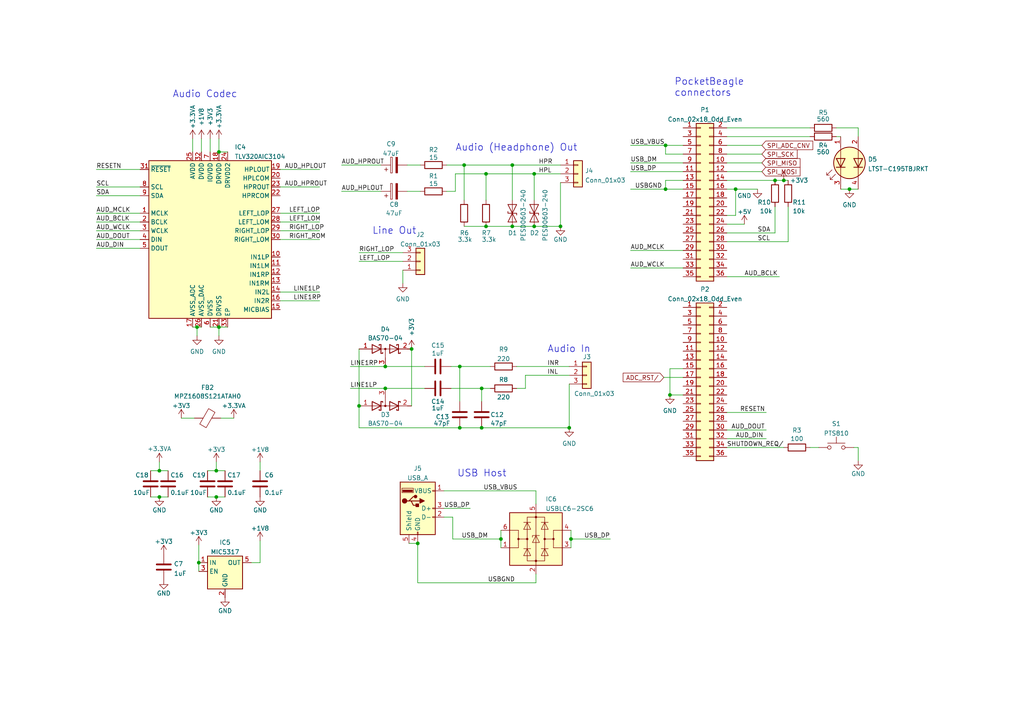
<source format=kicad_sch>
(kicad_sch (version 20211123) (generator eeschema)
  (paper "A4")
  (title_block (title "Bela Mini") (date "2022-05-17") (rev "C2") (company "Augmented Instruments Ltd"))
  (lib_symbols
    (symbol "Bela:MIC5317"
      (property "Reference" "U" (at 0 0 0))
      (property "Value" "MIC5317" (at 0 0 0))
      (symbol "MIC5317_0_1"
        (rectangle (start -5.08 -1.905) (end 5.08 -11.43) (stroke (width 0.254)) (fill (type background)))
      )
      (symbol "MIC5317_1_1"
        (pin power_in line (at -7.62 -3.81 0) (length 2.54) (name "IN") (number "1"))
        (pin power_in line (at 0 -13.97 90) (length 2.54) (name "GND") (number "2"))
        (pin input line (at -7.62 -6.35 0) (length 2.54) (name "EN") (number "3"))
        (pin power_out line (at 7.62 -3.81 180) (length 2.54) (name "OUT") (number "5"))
      )
    )
    (symbol "Bela:TLV320AIC3104"
      (property "Reference" "U" (at 0 0 0))
      (property "Value" "TLV320AIC3104" (at 0 0 0))
      (symbol "TLV320AIC3104_0_1"
        (rectangle (start -17.78 -13.97) (end 17.78 -59.69) (stroke (width 0.254)) (fill (type background)))
      )
      (symbol "TLV320AIC3104_1_1"
        (pin input line (at -20.32 -29.21 0) (length 2.54) (name "MCLK") (number "1"))
        (pin input line (at 20.32 -41.91 180) (length 2.54) (name "IN1LP") (number "10"))
        (pin input line (at 20.32 -44.45 180) (length 2.54) (name "IN1LM") (number "11"))
        (pin input line (at 20.32 -46.99 180) (length 2.54) (name "IN1RP") (number "12"))
        (pin input line (at 20.32 -49.53 180) (length 2.54) (name "IN1RM") (number "13"))
        (pin input line (at 20.32 -52.07 180) (length 2.54) (name "IN2L") (number "14"))
        (pin power_out line (at 20.32 -57.15 180) (length 2.54) (name "MICBIAS") (number "15"))
        (pin input line (at 20.32 -54.61 180) (length 2.54) (name "IN2R") (number "16"))
        (pin power_in line (at -5.08 -62.23 90) (length 2.54) (name "AVSS_ADC") (number "17"))
        (pin power_in line (at 2.54 -11.43 270) (length 2.54) (name "DRVDD") (number "18"))
        (pin output line (at 20.32 -16.51 180) (length 2.54) (name "HPLOUT") (number "19"))
        (pin bidirectional line (at -20.32 -31.75 0) (length 2.54) (name "BCLK") (number "2"))
        (pin output line (at 20.32 -19.05 180) (length 2.54) (name "HPLCOM") (number "20"))
        (pin power_in line (at 2.54 -62.23 90) (length 2.54) (name "DRVSS") (number "21"))
        (pin output line (at 20.32 -24.13 180) (length 2.54) (name "HPRCOM") (number "22"))
        (pin output line (at 20.32 -21.59 180) (length 2.54) (name "HPROUT") (number "23"))
        (pin power_in line (at 5.08 -11.43 270) (length 2.54) (name "DRVDD2") (number "24"))
        (pin power_in line (at -5.08 -11.43 270) (length 2.54) (name "AVDD") (number "25"))
        (pin power_in line (at -2.54 -62.23 90) (length 2.54) (name "AVSS_DAC") (number "26"))
        (pin output line (at 20.32 -29.21 180) (length 2.54) (name "LEFT_LOP") (number "27"))
        (pin output line (at 20.32 -31.75 180) (length 2.54) (name "LEFT_LOM") (number "28"))
        (pin output line (at 20.32 -34.29 180) (length 2.54) (name "RIGHT_LOP") (number "29"))
        (pin bidirectional line (at -20.32 -34.29 0) (length 2.54) (name "WCLK") (number "3"))
        (pin output line (at 20.32 -36.83 180) (length 2.54) (name "RIGHT_LOM") (number "30"))
        (pin input line (at -20.32 -16.51 0) (length 2.54) (name "~{RESET}") (number "31"))
        (pin power_in line (at -2.54 -11.43 270) (length 2.54) (name "DVDD") (number "32"))
        (pin power_in line (at 5.08 -62.23 90) (length 2.54) (name "EP") (number "33"))
        (pin input line (at -20.32 -36.83 0) (length 2.54) (name "DIN") (number "4"))
        (pin output line (at -20.32 -39.37 0) (length 2.54) (name "DOUT") (number "5"))
        (pin power_in line (at 0 -62.23 90) (length 2.54) (name "DVSS") (number "6"))
        (pin power_in line (at 0 -11.43 270) (length 2.54) (name "IOVDD") (number "7"))
        (pin bidirectional line (at -20.32 -21.59 0) (length 2.54) (name "SCL") (number "8"))
        (pin bidirectional line (at -20.32 -24.13 0) (length 2.54) (name "SDA") (number "9"))
      )
    )
    (symbol "Connector:USB_A" (pin_names (offset 1.016))
      (property "Reference" "J" (at -5.08 11.43 0))
      (property "Value" "USB_A" (at -5.08 8.89 0))
      (symbol "USB_A_0_1"
        (rectangle (start -5.08 -7.62) (end 5.08 7.62) (stroke (width 0.254)) (fill (type background)))
        (circle (center -3.81 2.159) (radius 0.635) (stroke (width 0.254)) (fill (type outline)))
        (rectangle (start -1.524 4.826) (end -4.318 5.334) (fill (type outline)))
        (rectangle (start -1.27 4.572) (end -4.572 5.842))
        (circle (center -0.635 3.429) (radius 0.381) (stroke (width 0.254)) (fill (type outline)))
        (rectangle (start -0.127 -7.62) (end 0.127 -6.858))
        (polyline (pts (xy -3.175 2.159) (xy -2.54 2.159) (xy -1.27 3.429) (xy -0.635 3.429)) (stroke (width 0.254)))
        (polyline (pts (xy -2.54 2.159) (xy -1.905 2.159) (xy -1.27 0.889) (xy 0 0.889)) (stroke (width 0.254)))
        (polyline (pts (xy 0.635 2.794) (xy 0.635 1.524) (xy 1.905 2.159) (xy 0.635 2.794)) (stroke (width 0.254)) (fill (type outline)))
        (rectangle (start 0.254 1.27) (end -0.508 0.508) (stroke (width 0.254)) (fill (type outline)))
        (rectangle (start 5.08 -2.667) (end 4.318 -2.413))
        (rectangle (start 5.08 -0.127) (end 4.318 0.127))
        (rectangle (start 5.08 4.953) (end 4.318 5.207))
      )
      (symbol "USB_A_1_1"
        (polyline (pts (xy -1.905 2.159) (xy 0.635 2.159)) (stroke (width 0.254)))
        (pin power_in line (at 7.62 5.08 180) (length 2.54) (name "VBUS") (number "1"))
        (pin bidirectional line (at 7.62 -2.54 180) (length 2.54) (name "D-") (number "2"))
        (pin bidirectional line (at 7.62 0 180) (length 2.54) (name "D+") (number "3"))
        (pin power_in line (at 0 -10.16 90) (length 2.54) (name "GND") (number "4"))
        (pin passive line (at -2.54 -10.16 90) (length 2.54) (name "Shield") (number "5"))
      )
    )
    (symbol "Connector_Generic:Conn_01x03" (pin_names (offset 1.016) hide)
      (property "Reference" "J" (at 0 5.08 0))
      (property "Value" "Conn_01x03" (at 0 -5.08 0))
      (symbol "Conn_01x03_1_1"
        (rectangle (start -1.27 -2.413) (end 0 -2.667) (stroke (width 0.1524)))
        (rectangle (start -1.27 0.127) (end 0 -0.127) (stroke (width 0.1524)))
        (rectangle (start -1.27 2.667) (end 0 2.413) (stroke (width 0.1524)))
        (rectangle (start -1.27 3.81) (end 1.27 -3.81) (stroke (width 0.254)) (fill (type background)))
        (pin passive line (at -5.08 2.54 0) (length 3.81) (name "Pin_1") (number "1"))
        (pin passive line (at -5.08 0 0) (length 3.81) (name "Pin_2") (number "2"))
        (pin passive line (at -5.08 -2.54 0) (length 3.81) (name "Pin_3") (number "3"))
      )
    )
    (symbol "Connector_Generic:Conn_02x18_Odd_Even" (pin_names (offset 1.016) hide)
      (property "Reference" "J" (at 1.27 22.86 0))
      (property "Value" "Conn_02x18_Odd_Even" (at 1.27 -25.4 0))
      (symbol "Conn_02x18_Odd_Even_1_1"
        (rectangle (start -1.27 -22.733) (end 0 -22.987) (stroke (width 0.1524)))
        (rectangle (start -1.27 -20.193) (end 0 -20.447) (stroke (width 0.1524)))
        (rectangle (start -1.27 -17.653) (end 0 -17.907) (stroke (width 0.1524)))
        (rectangle (start -1.27 -15.113) (end 0 -15.367) (stroke (width 0.1524)))
        (rectangle (start -1.27 -12.573) (end 0 -12.827) (stroke (width 0.1524)))
        (rectangle (start -1.27 -10.033) (end 0 -10.287) (stroke (width 0.1524)))
        (rectangle (start -1.27 -7.493) (end 0 -7.747) (stroke (width 0.1524)))
        (rectangle (start -1.27 -4.953) (end 0 -5.207) (stroke (width 0.1524)))
        (rectangle (start -1.27 -2.413) (end 0 -2.667) (stroke (width 0.1524)))
        (rectangle (start -1.27 0.127) (end 0 -0.127) (stroke (width 0.1524)))
        (rectangle (start -1.27 2.667) (end 0 2.413) (stroke (width 0.1524)))
        (rectangle (start -1.27 5.207) (end 0 4.953) (stroke (width 0.1524)))
        (rectangle (start -1.27 7.747) (end 0 7.493) (stroke (width 0.1524)))
        (rectangle (start -1.27 10.287) (end 0 10.033) (stroke (width 0.1524)))
        (rectangle (start -1.27 12.827) (end 0 12.573) (stroke (width 0.1524)))
        (rectangle (start -1.27 15.367) (end 0 15.113) (stroke (width 0.1524)))
        (rectangle (start -1.27 17.907) (end 0 17.653) (stroke (width 0.1524)))
        (rectangle (start -1.27 20.447) (end 0 20.193) (stroke (width 0.1524)))
        (rectangle (start -1.27 21.59) (end 3.81 -24.13) (stroke (width 0.254)) (fill (type background)))
        (rectangle (start 3.81 -22.733) (end 2.54 -22.987) (stroke (width 0.1524)))
        (rectangle (start 3.81 -20.193) (end 2.54 -20.447) (stroke (width 0.1524)))
        (rectangle (start 3.81 -17.653) (end 2.54 -17.907) (stroke (width 0.1524)))
        (rectangle (start 3.81 -15.113) (end 2.54 -15.367) (stroke (width 0.1524)))
        (rectangle (start 3.81 -12.573) (end 2.54 -12.827) (stroke (width 0.1524)))
        (rectangle (start 3.81 -10.033) (end 2.54 -10.287) (stroke (width 0.1524)))
        (rectangle (start 3.81 -7.493) (end 2.54 -7.747) (stroke (width 0.1524)))
        (rectangle (start 3.81 -4.953) (end 2.54 -5.207) (stroke (width 0.1524)))
        (rectangle (start 3.81 -2.413) (end 2.54 -2.667) (stroke (width 0.1524)))
        (rectangle (start 3.81 0.127) (end 2.54 -0.127) (stroke (width 0.1524)))
        (rectangle (start 3.81 2.667) (end 2.54 2.413) (stroke (width 0.1524)))
        (rectangle (start 3.81 5.207) (end 2.54 4.953) (stroke (width 0.1524)))
        (rectangle (start 3.81 7.747) (end 2.54 7.493) (stroke (width 0.1524)))
        (rectangle (start 3.81 10.287) (end 2.54 10.033) (stroke (width 0.1524)))
        (rectangle (start 3.81 12.827) (end 2.54 12.573) (stroke (width 0.1524)))
        (rectangle (start 3.81 15.367) (end 2.54 15.113) (stroke (width 0.1524)))
        (rectangle (start 3.81 17.907) (end 2.54 17.653) (stroke (width 0.1524)))
        (rectangle (start 3.81 20.447) (end 2.54 20.193) (stroke (width 0.1524)))
        (pin passive line (at -5.08 20.32 0) (length 3.81) (name "Pin_1") (number "1"))
        (pin passive line (at 7.62 10.16 180) (length 3.81) (name "Pin_10") (number "10"))
        (pin passive line (at -5.08 7.62 0) (length 3.81) (name "Pin_11") (number "11"))
        (pin passive line (at 7.62 7.62 180) (length 3.81) (name "Pin_12") (number "12"))
        (pin passive line (at -5.08 5.08 0) (length 3.81) (name "Pin_13") (number "13"))
        (pin passive line (at 7.62 5.08 180) (length 3.81) (name "Pin_14") (number "14"))
        (pin passive line (at -5.08 2.54 0) (length 3.81) (name "Pin_15") (number "15"))
        (pin passive line (at 7.62 2.54 180) (length 3.81) (name "Pin_16") (number "16"))
        (pin passive line (at -5.08 0 0) (length 3.81) (name "Pin_17") (number "17"))
        (pin passive line (at 7.62 0 180) (length 3.81) (name "Pin_18") (number "18"))
        (pin passive line (at -5.08 -2.54 0) (length 3.81) (name "Pin_19") (number "19"))
        (pin passive line (at 7.62 20.32 180) (length 3.81) (name "Pin_2") (number "2"))
        (pin passive line (at 7.62 -2.54 180) (length 3.81) (name "Pin_20") (number "20"))
        (pin passive line (at -5.08 -5.08 0) (length 3.81) (name "Pin_21") (number "21"))
        (pin passive line (at 7.62 -5.08 180) (length 3.81) (name "Pin_22") (number "22"))
        (pin passive line (at -5.08 -7.62 0) (length 3.81) (name "Pin_23") (number "23"))
        (pin passive line (at 7.62 -7.62 180) (length 3.81) (name "Pin_24") (number "24"))
        (pin passive line (at -5.08 -10.16 0) (length 3.81) (name "Pin_25") (number "25"))
        (pin passive line (at 7.62 -10.16 180) (length 3.81) (name "Pin_26") (number "26"))
        (pin passive line (at -5.08 -12.7 0) (length 3.81) (name "Pin_27") (number "27"))
        (pin passive line (at 7.62 -12.7 180) (length 3.81) (name "Pin_28") (number "28"))
        (pin passive line (at -5.08 -15.24 0) (length 3.81) (name "Pin_29") (number "29"))
        (pin passive line (at -5.08 17.78 0) (length 3.81) (name "Pin_3") (number "3"))
        (pin passive line (at 7.62 -15.24 180) (length 3.81) (name "Pin_30") (number "30"))
        (pin passive line (at -5.08 -17.78 0) (length 3.81) (name "Pin_31") (number "31"))
        (pin passive line (at 7.62 -17.78 180) (length 3.81) (name "Pin_32") (number "32"))
        (pin passive line (at -5.08 -20.32 0) (length 3.81) (name "Pin_33") (number "33"))
        (pin passive line (at 7.62 -20.32 180) (length 3.81) (name "Pin_34") (number "34"))
        (pin passive line (at -5.08 -22.86 0) (length 3.81) (name "Pin_35") (number "35"))
        (pin passive line (at 7.62 -22.86 180) (length 3.81) (name "Pin_36") (number "36"))
        (pin passive line (at 7.62 17.78 180) (length 3.81) (name "Pin_4") (number "4"))
        (pin passive line (at -5.08 15.24 0) (length 3.81) (name "Pin_5") (number "5"))
        (pin passive line (at 7.62 15.24 180) (length 3.81) (name "Pin_6") (number "6"))
        (pin passive line (at -5.08 12.7 0) (length 3.81) (name "Pin_7") (number "7"))
        (pin passive line (at 7.62 12.7 180) (length 3.81) (name "Pin_8") (number "8"))
        (pin passive line (at -5.08 10.16 0) (length 3.81) (name "Pin_9") (number "9"))
      )
    )
    (symbol "Device:C" (pin_numbers hide) (pin_names (offset 0.254))
      (property "Reference" "C" (at 0.635 2.54 0))
      (property "Value" "C" (at 0.635 -2.54 0))
      (symbol "C_0_1"
        (polyline (pts (xy -2.032 -0.762) (xy 2.032 -0.762)) (stroke (width 0.508)))
        (polyline (pts (xy -2.032 0.762) (xy 2.032 0.762)) (stroke (width 0.508)))
      )
      (symbol "C_1_1"
        (pin passive line (at 0 3.81 270) (length 2.794) (name "~") (number "1"))
        (pin passive line (at 0 -3.81 90) (length 2.794) (name "~") (number "2"))
      )
    )
    (symbol "Device:C_Polarized" (pin_numbers hide) (pin_names (offset 0.254))
      (property "Reference" "C" (at 0.635 2.54 0))
      (property "Value" "C_Polarized" (at 0.635 -2.54 0))
      (symbol "C_Polarized_0_1"
        (rectangle (start -2.286 0.508) (end 2.286 1.016))
        (polyline (pts (xy -1.778 2.286) (xy -0.762 2.286)))
        (polyline (pts (xy -1.27 2.794) (xy -1.27 1.778)))
        (rectangle (start 2.286 -0.508) (end -2.286 -1.016) (fill (type outline)))
      )
      (symbol "C_Polarized_1_1"
        (pin passive line (at 0 3.81 270) (length 2.794) (name "~") (number "1"))
        (pin passive line (at 0 -3.81 90) (length 2.794) (name "~") (number "2"))
      )
    )
    (symbol "Device:D_Schottky_Dual_Series_AKC" (pin_names (offset 0.762) hide)
      (property "Reference" "D" (at 1.27 -2.54 0))
      (property "Value" "D_Schottky_Dual_Series_AKC" (at 0 2.54 0))
      (symbol "D_Schottky_Dual_Series_AKC_0_1"
        (polyline (pts (xy -3.81 0) (xy 3.81 0)))
        (polyline (pts (xy 0 0) (xy 0 -2.54)))
        (polyline (pts (xy 6.35 0) (xy 7.62 0)))
        (polyline (pts (xy -1.27 -1.27) (xy -1.27 1.27) (xy -1.27 1.27)) (stroke (width 0.254)))
        (polyline (pts (xy 3.81 1.27) (xy 3.81 -1.27) (xy 3.81 -1.27)) (stroke (width 0.254)))
        (polyline (pts (xy -1.27 -1.27) (xy -0.762 -1.27) (xy -0.762 -1.016) (xy -0.762 -1.016)) (stroke (width 0.254)))
        (polyline (pts (xy 3.81 -1.27) (xy 4.318 -1.27) (xy 4.318 -1.016) (xy 4.318 -1.016)) (stroke (width 0.254)))
        (polyline (pts (xy 3.81 1.27) (xy 3.302 1.27) (xy 3.302 1.016) (xy 3.302 1.016)) (stroke (width 0.254)))
        (polyline (pts (xy -1.778 1.016) (xy -1.778 1.27) (xy -1.27 1.27) (xy -1.27 1.27) (xy -1.27 1.27)) (stroke (width 0.254)))
        (polyline (pts (xy -3.81 1.27) (xy -1.27 0) (xy -3.81 -1.27) (xy -3.81 1.27) (xy -3.81 1.27) (xy -3.81 1.27)) (stroke (width 0.254)))
        (polyline (pts (xy 1.27 1.27) (xy 3.81 0) (xy 1.27 -1.27) (xy 1.27 1.27) (xy 1.27 1.27) (xy 1.27 1.27)) (stroke (width 0.254)))
        (circle (center 0 0) (radius 0.254) (fill (type outline)))
        (pin passive line (at -7.62 0 0) (length 3.81) (name "A") (number "1"))
        (pin passive line (at 7.62 0 180) (length 3.81) (name "K") (number "2"))
        (pin passive line (at 0 -5.08 90) (length 2.54) (name "common") (number "3"))
      )
    )
    (symbol "Device:FerriteBead" (pin_numbers hide) (pin_names (offset 0))
      (property "Reference" "FB" (at -3.81 0.635 90))
      (property "Value" "FerriteBead" (at 3.81 0 90))
      (symbol "FerriteBead_0_1"
        (polyline (pts (xy 0 -1.27) (xy 0 -1.2192)))
        (polyline (pts (xy 0 1.27) (xy 0 1.2954)))
        (polyline (pts (xy -2.7686 0.4064) (xy -1.7018 2.2606) (xy 2.7686 -0.3048) (xy 1.6764 -2.159) (xy -2.7686 0.4064)))
      )
      (symbol "FerriteBead_1_1"
        (pin passive line (at 0 3.81 270) (length 2.54) (name "~") (number "1"))
        (pin passive line (at 0 -3.81 90) (length 2.54) (name "~") (number "2"))
      )
    )
    (symbol "Device:LED_Dual_AAKK" (pin_names (offset 0) hide)
      (property "Reference" "D" (at 0 5.715 0))
      (property "Value" "LED_Dual_AAKK" (at 0 -6.35 0))
      (symbol "LED_Dual_AAKK_0_1"
        (polyline (pts (xy -5.08 -2.54) (xy 2.032 -2.54)))
        (polyline (pts (xy -5.08 2.54) (xy 2.032 2.54)))
        (polyline (pts (xy 1.27 -1.27) (xy 1.27 -3.81)) (stroke (width 0.254)))
        (polyline (pts (xy 1.27 3.81) (xy 1.27 1.27)) (stroke (width 0.254)))
        (polyline (pts (xy 3.81 -2.54) (xy 1.905 -2.54)))
        (polyline (pts (xy 3.81 2.54) (xy 1.905 2.54)))
        (polyline (pts (xy -1.27 -1.27) (xy -1.27 -3.81) (xy 1.27 -2.54) (xy -1.27 -1.27)) (stroke (width 0.254)))
        (polyline (pts (xy -1.27 3.81) (xy -1.27 1.27) (xy 1.27 2.54) (xy -1.27 3.81)) (stroke (width 0.254)))
        (polyline (pts (xy 2.032 5.08) (xy 3.556 6.604) (xy 2.794 6.604) (xy 3.556 6.604) (xy 3.556 5.842)))
        (polyline (pts (xy 3.302 4.064) (xy 4.826 5.588) (xy 4.064 5.588) (xy 4.826 5.588) (xy 4.826 4.826)))
        (circle (center 0 0) (radius 4.572) (stroke (width 0.254)) (fill (type background)))
      )
      (symbol "LED_Dual_AAKK_1_1"
        (pin input line (at -7.62 2.54 0) (length 3.048) (name "A1") (number "1"))
        (pin input line (at -7.62 -2.54 0) (length 3.048) (name "A2") (number "2"))
        (pin input line (at 7.62 2.54 180) (length 3.81) (name "K1") (number "3"))
        (pin input line (at 7.62 -2.54 180) (length 3.81) (name "K2") (number "4"))
      )
    )
    (symbol "Device:R" (pin_numbers hide) (pin_names (offset 0))
      (property "Reference" "R" (at 2.032 0 90))
      (property "Value" "R" (at 0 0 90))
      (symbol "R_0_1"
        (rectangle (start -1.016 -2.54) (end 1.016 2.54) (stroke (width 0.254)))
      )
      (symbol "R_1_1"
        (pin passive line (at 0 3.81 270) (length 1.27) (name "~") (number "1"))
        (pin passive line (at 0 -3.81 90) (length 1.27) (name "~") (number "2"))
      )
    )
    (symbol "Diode:ESD9B5.0ST5G" (pin_numbers hide) (pin_names (offset 1.016) hide)
      (property "Reference" "D" (at 0 2.54 0))
      (property "Value" "ESD9B5.0ST5G" (at 0 -2.54 0))
      (symbol "ESD9B5.0ST5G_0_1"
        (polyline (pts (xy 1.27 0) (xy -1.27 0)))
        (polyline (pts (xy -2.54 -1.27) (xy 0 0) (xy -2.54 1.27) (xy -2.54 -1.27)) (stroke (width 0.2032)))
        (polyline (pts (xy 0.508 1.27) (xy 0 1.27) (xy 0 -1.27) (xy -0.508 -1.27)) (stroke (width 0.2032)))
        (polyline (pts (xy 2.54 1.27) (xy 2.54 -1.27) (xy 0 0) (xy 2.54 1.27)) (stroke (width 0.2032)))
      )
      (symbol "ESD9B5.0ST5G_1_1"
        (pin passive line (at -3.81 0 0) (length 2.54) (name "A1") (number "1"))
        (pin passive line (at 3.81 0 180) (length 2.54) (name "A2") (number "2"))
      )
    )
    (symbol "Power_Protection:USBLC6-2SC6" (pin_names hide)
      (property "Reference" "U" (at 2.54 8.89 0))
      (property "Value" "USBLC6-2SC6" (at 2.54 -8.89 0))
      (symbol "USBLC6-2SC6_0_1"
        (rectangle (start -7.62 -7.62) (end 7.62 7.62) (stroke (width 0.254)) (fill (type background)))
        (circle (center -5.08 0) (radius 0.254) (fill (type outline)))
        (circle (center -2.54 0) (radius 0.254) (fill (type outline)))
        (rectangle (start -2.54 6.35) (end 2.54 -6.35))
        (circle (center 0 -6.35) (radius 0.254) (fill (type outline)))
        (polyline (pts (xy -5.08 -2.54) (xy -7.62 -2.54)))
        (polyline (pts (xy -5.08 0) (xy -5.08 -2.54)))
        (polyline (pts (xy -5.08 2.54) (xy -7.62 2.54)))
        (polyline (pts (xy -1.524 -2.794) (xy -3.556 -2.794)))
        (polyline (pts (xy -1.524 4.826) (xy -3.556 4.826)))
        (polyline (pts (xy 0 -7.62) (xy 0 -6.35)))
        (polyline (pts (xy 0 -6.35) (xy 0 1.27)))
        (polyline (pts (xy 0 1.27) (xy 0 6.35)))
        (polyline (pts (xy 0 6.35) (xy 0 7.62)))
        (polyline (pts (xy 1.524 -2.794) (xy 3.556 -2.794)))
        (polyline (pts (xy 1.524 4.826) (xy 3.556 4.826)))
        (polyline (pts (xy 5.08 -2.54) (xy 7.62 -2.54)))
        (polyline (pts (xy 5.08 0) (xy 5.08 -2.54)))
        (polyline (pts (xy 5.08 2.54) (xy 7.62 2.54)))
        (polyline (pts (xy -2.54 0) (xy -5.08 0) (xy -5.08 2.54)))
        (polyline (pts (xy 2.54 0) (xy 5.08 0) (xy 5.08 2.54)))
        (polyline (pts (xy -3.556 -4.826) (xy -1.524 -4.826) (xy -2.54 -2.794) (xy -3.556 -4.826)))
        (polyline (pts (xy -3.556 2.794) (xy -1.524 2.794) (xy -2.54 4.826) (xy -3.556 2.794)))
        (polyline (pts (xy -1.016 -1.016) (xy 1.016 -1.016) (xy 0 1.016) (xy -1.016 -1.016)))
        (polyline (pts (xy 1.016 1.016) (xy 0.762 1.016) (xy -1.016 1.016) (xy -1.016 0.508)))
        (polyline (pts (xy 3.556 -4.826) (xy 1.524 -4.826) (xy 2.54 -2.794) (xy 3.556 -4.826)))
        (polyline (pts (xy 3.556 2.794) (xy 1.524 2.794) (xy 2.54 4.826) (xy 3.556 2.794)))
        (circle (center 0 6.35) (radius 0.254) (fill (type outline)))
        (circle (center 2.54 0) (radius 0.254) (fill (type outline)))
        (circle (center 5.08 0) (radius 0.254) (fill (type outline)))
      )
      (symbol "USBLC6-2SC6_1_1"
        (pin passive line (at -10.16 -2.54 0) (length 2.54) (name "I/O1") (number "1"))
        (pin passive line (at 0 -10.16 90) (length 2.54) (name "GND") (number "2"))
        (pin passive line (at 10.16 -2.54 180) (length 2.54) (name "I/O2") (number "3"))
        (pin passive line (at 10.16 2.54 180) (length 2.54) (name "I/O2") (number "4"))
        (pin passive line (at 0 10.16 270) (length 2.54) (name "VBUS") (number "5"))
        (pin passive line (at -10.16 2.54 0) (length 2.54) (name "I/O1") (number "6"))
      )
    )
    (symbol "Switch:SW_Push" (pin_numbers hide) (pin_names (offset 1.016) hide)
      (property "Reference" "SW" (at 1.27 2.54 0))
      (property "Value" "SW_Push" (at 0 -1.524 0))
      (symbol "SW_Push_0_1"
        (circle (center -2.032 0) (radius 0.508))
        (polyline (pts (xy 0 1.27) (xy 0 3.048)))
        (polyline (pts (xy 2.54 1.27) (xy -2.54 1.27)))
        (circle (center 2.032 0) (radius 0.508))
        (pin passive line (at -5.08 0 0) (length 2.54) (name "1") (number "1"))
        (pin passive line (at 5.08 0 180) (length 2.54) (name "2") (number "2"))
      )
    )
    (symbol "power:+1V8" (power) (pin_names (offset 0))
      (property "Value" "+1V8" (at 0 3.556 0))
      (symbol "+1V8_0_1"
        (polyline (pts (xy -0.762 1.27) (xy 0 2.54)))
        (polyline (pts (xy 0 0) (xy 0 2.54)))
        (polyline (pts (xy 0 2.54) (xy 0.762 1.27)))
      )
      (symbol "+1V8_1_1"
        (pin power_in line (at 0 0 90) (length 0) hide (name "+1V8") (number "1"))
      )
    )
    (symbol "power:+3.3VA" (power) (pin_names (offset 0))
      (property "Value" "+3.3VA" (at 0 3.556 0))
      (symbol "+3.3VA_0_1"
        (polyline (pts (xy -0.762 1.27) (xy 0 2.54)))
        (polyline (pts (xy 0 0) (xy 0 2.54)))
        (polyline (pts (xy 0 2.54) (xy 0.762 1.27)))
      )
      (symbol "+3.3VA_1_1"
        (pin power_in line (at 0 0 90) (length 0) hide (name "+3.3VA") (number "1"))
      )
    )
    (symbol "power:+3V3" (power) (pin_names (offset 0))
      (property "Value" "+3V3" (at 0 3.556 0))
      (symbol "+3V3_0_1"
        (polyline (pts (xy -0.762 1.27) (xy 0 2.54)))
        (polyline (pts (xy 0 0) (xy 0 2.54)))
        (polyline (pts (xy 0 2.54) (xy 0.762 1.27)))
      )
      (symbol "+3V3_1_1"
        (pin power_in line (at 0 0 90) (length 0) hide (name "+3V3") (number "1"))
      )
    )
    (symbol "power:+5V" (power) (pin_names (offset 0))
      (property "Value" "+5V" (at 0 3.556 0))
      (symbol "+5V_0_1"
        (polyline (pts (xy -0.762 1.27) (xy 0 2.54)))
        (polyline (pts (xy 0 0) (xy 0 2.54)))
        (polyline (pts (xy 0 2.54) (xy 0.762 1.27)))
      )
      (symbol "+5V_1_1"
        (pin power_in line (at 0 0 90) (length 0) hide (name "+5V") (number "1"))
      )
    )
    (symbol "power:GND" (power) (pin_names (offset 0))
      (property "Value" "GND" (at 0 -3.81 0))
      (symbol "GND_0_1"
        (polyline (pts (xy 0 0) (xy 0 -1.27) (xy 1.27 -1.27) (xy 0 -2.54) (xy -1.27 -1.27) (xy 0 -1.27)))
      )
      (symbol "GND_1_1"
        (pin power_in line (at 0 0 270) (length 0) hide (name "GND") (number "1"))
      )
    )
  )
  (junction (at 154.94 50.419))
  (junction (at 139.7 112.649))
  (junction (at 63.5 44.069))
  (junction (at 62.738 136.525))
  (junction (at 213.36 54.864))
  (junction (at 224.79 52.324))
  (junction (at 133.35 124.079))
  (junction (at 193.04 54.864))
  (junction (at 227.33 52.324))
  (junction (at 145.288 156.337))
  (junction (at 121.158 157.607))
  (junction (at 111.76 106.299))
  (junction (at 111.76 112.649))
  (junction (at 246.38 54.864))
  (junction (at 119.38 101.219))
  (junction (at 165.608 156.337))
  (junction (at 148.59 65.659))
  (junction (at 104.14 117.729))
  (junction (at 133.35 106.299))
  (junction (at 63.5 94.869))
  (junction (at 57.658 163.195))
  (junction (at 148.59 47.879))
  (junction (at 140.97 50.419))
  (junction (at 134.62 47.879))
  (junction (at 193.04 42.164))
  (junction (at 62.738 144.145))
  (junction (at 162.56 65.659))
  (junction (at 57.15 94.869))
  (junction (at 46.228 144.145))
  (junction (at 194.31 114.554))
  (junction (at 165.1 124.079))
  (junction (at 140.97 65.659))
  (junction (at 154.94 65.659))
  (junction (at 139.7 124.079))
  (junction (at 46.228 136.525))
  (wire (pts (xy 101.6 106.299) (xy 111.76 106.299)))
  (wire (pts (xy 213.36 54.864) (xy 219.71 54.864)))
  (wire (pts (xy 152.4 112.649) (xy 152.4 108.839)))
  (wire (pts (xy 62.738 133.985) (xy 62.738 136.525)))
  (wire (pts (xy 213.36 62.484) (xy 213.36 54.864)))
  (wire (pts (xy 128.778 142.367) (xy 155.448 142.367)))
  (wire (pts (xy 104.14 117.729) (xy 104.14 124.079)))
  (wire (pts (xy 116.84 78.359) (xy 116.84 82.169)))
  (wire (pts (xy 134.62 47.879) (xy 148.59 47.879)))
  (wire (pts (xy 224.79 52.324) (xy 227.33 52.324)))
  (wire (pts (xy 210.82 119.634) (xy 222.25 119.634)))
  (wire (pts (xy 63.5 94.869) (xy 63.5 97.409)))
  (wire (pts (xy 140.97 50.419) (xy 140.97 58.039)))
  (wire (pts (xy 242.57 39.624) (xy 243.84 39.624)))
  (wire (pts (xy 154.94 50.419) (xy 162.56 50.419)))
  (wire (pts (xy 57.658 163.195) (xy 57.658 165.735)))
  (wire (pts (xy 140.97 50.419) (xy 154.94 50.419)))
  (wire (pts (xy 101.6 112.649) (xy 111.76 112.649)))
  (wire (pts (xy 118.11 47.879) (xy 121.92 47.879)))
  (wire (pts (xy 27.94 64.389) (xy 40.64 64.389)))
  (wire (pts (xy 27.94 66.929) (xy 40.64 66.929)))
  (wire (pts (xy 193.04 44.704) (xy 193.04 42.164)))
  (wire (pts (xy 60.96 40.259) (xy 60.96 44.069)))
  (wire (pts (xy 52.578 121.285) (xy 56.388 121.285)))
  (wire (pts (xy 55.88 40.259) (xy 55.88 44.069)))
  (wire (pts (xy 193.04 44.704) (xy 198.12 44.704)))
  (wire (pts (xy 155.448 166.497) (xy 155.448 169.037)))
  (wire (pts (xy 129.54 55.499) (xy 132.08 55.499)))
  (wire (pts (xy 62.738 136.525) (xy 65.278 136.525)))
  (wire (pts (xy 210.82 39.624) (xy 234.95 39.624)))
  (wire (pts (xy 182.88 49.784) (xy 198.12 49.784)))
  (wire (pts (xy 152.4 108.839) (xy 165.1 108.839)))
  (wire (pts (xy 57.658 158.115) (xy 57.658 163.195)))
  (wire (pts (xy 99.06 47.879) (xy 110.49 47.879)))
  (wire (pts (xy 234.95 129.794) (xy 237.49 129.794)))
  (wire (pts (xy 198.12 106.934) (xy 194.31 106.934)))
  (wire (pts (xy 133.35 106.299) (xy 133.35 116.459)))
  (wire (pts (xy 194.31 106.934) (xy 194.31 114.554)))
  (wire (pts (xy 133.35 106.299) (xy 142.24 106.299)))
  (wire (pts (xy 243.84 54.864) (xy 246.38 54.864)))
  (wire (pts (xy 131.318 156.337) (xy 145.288 156.337)))
  (wire (pts (xy 193.04 42.164) (xy 198.12 42.164)))
  (wire (pts (xy 128.778 147.447) (xy 136.398 147.447)))
  (wire (pts (xy 193.04 52.324) (xy 193.04 54.864)))
  (wire (pts (xy 145.288 156.337) (xy 145.288 158.877)))
  (wire (pts (xy 182.88 72.644) (xy 198.12 72.644)))
  (wire (pts (xy 119.38 101.219) (xy 119.38 117.729)))
  (wire (pts (xy 148.59 47.879) (xy 162.56 47.879)))
  (wire (pts (xy 210.82 127.254) (xy 222.25 127.254)))
  (wire (pts (xy 62.738 144.145) (xy 65.278 144.145)))
  (wire (pts (xy 210.82 49.784) (xy 220.98 49.784)))
  (wire (pts (xy 210.82 65.024) (xy 215.9 65.024)))
  (wire (pts (xy 57.15 94.869) (xy 58.42 94.869)))
  (wire (pts (xy 145.288 153.797) (xy 145.288 156.337)))
  (wire (pts (xy 46.228 136.525) (xy 48.768 136.525)))
  (wire (pts (xy 134.62 47.879) (xy 134.62 58.039)))
  (wire (pts (xy 81.28 69.469) (xy 92.71 69.469)))
  (wire (pts (xy 118.618 157.607) (xy 121.158 157.607)))
  (wire (pts (xy 165.608 156.337) (xy 165.608 158.877)))
  (wire (pts (xy 210.82 42.164) (xy 220.98 42.164)))
  (wire (pts (xy 118.11 55.499) (xy 121.92 55.499)))
  (wire (pts (xy 111.76 112.649) (xy 123.19 112.649)))
  (wire (pts (xy 27.94 69.469) (xy 40.64 69.469)))
  (wire (pts (xy 248.92 37.084) (xy 248.92 39.624)))
  (wire (pts (xy 210.82 80.264) (xy 226.06 80.264)))
  (wire (pts (xy 247.65 129.794) (xy 248.92 129.794)))
  (wire (pts (xy 81.28 66.929) (xy 92.71 66.929)))
  (wire (pts (xy 193.04 54.864) (xy 198.12 54.864)))
  (wire (pts (xy 81.28 54.229) (xy 92.71 54.229)))
  (wire (pts (xy 148.59 65.659) (xy 154.94 65.659)))
  (wire (pts (xy 228.6 70.104) (xy 228.6 59.944)))
  (wire (pts (xy 104.14 124.079) (xy 133.35 124.079)))
  (wire (pts (xy 27.94 61.849) (xy 40.64 61.849)))
  (wire (pts (xy 210.82 52.324) (xy 224.79 52.324)))
  (wire (pts (xy 104.14 75.819) (xy 116.84 75.819)))
  (wire (pts (xy 75.438 133.985) (xy 75.438 136.525)))
  (wire (pts (xy 63.5 94.869) (xy 66.04 94.869)))
  (wire (pts (xy 58.42 40.259) (xy 58.42 44.069)))
  (wire (pts (xy 43.688 144.145) (xy 46.228 144.145)))
  (wire (pts (xy 162.56 52.959) (xy 162.56 65.659)))
  (wire (pts (xy 149.86 112.649) (xy 152.4 112.649)))
  (wire (pts (xy 27.94 54.229) (xy 40.64 54.229)))
  (wire (pts (xy 46.228 133.985) (xy 46.228 136.525)))
  (wire (pts (xy 224.79 67.564) (xy 224.79 59.944)))
  (wire (pts (xy 154.94 50.419) (xy 154.94 58.039)))
  (wire (pts (xy 210.82 70.104) (xy 228.6 70.104)))
  (wire (pts (xy 81.28 87.249) (xy 92.71 87.249)))
  (wire (pts (xy 192.532 109.474) (xy 198.12 109.474)))
  (wire (pts (xy 63.5 40.259) (xy 63.5 44.069)))
  (wire (pts (xy 155.448 146.177) (xy 155.448 142.367)))
  (wire (pts (xy 64.008 121.285) (xy 67.818 121.285)))
  (wire (pts (xy 131.318 149.987) (xy 131.318 156.337)))
  (wire (pts (xy 227.33 52.324) (xy 228.6 52.324)))
  (wire (pts (xy 63.5 44.069) (xy 66.04 44.069)))
  (wire (pts (xy 210.82 47.244) (xy 220.98 47.244)))
  (wire (pts (xy 81.28 64.389) (xy 92.71 64.389)))
  (wire (pts (xy 165.608 153.797) (xy 165.608 156.337)))
  (wire (pts (xy 149.86 106.299) (xy 165.1 106.299)))
  (wire (pts (xy 132.08 55.499) (xy 132.08 50.419)))
  (wire (pts (xy 182.88 42.164) (xy 193.04 42.164)))
  (wire (pts (xy 182.88 47.244) (xy 198.12 47.244)))
  (wire (pts (xy 111.76 106.299) (xy 123.19 106.299)))
  (wire (pts (xy 210.82 44.704) (xy 220.98 44.704)))
  (wire (pts (xy 72.898 163.195) (xy 75.438 163.195)))
  (wire (pts (xy 55.88 94.869) (xy 57.15 94.869)))
  (wire (pts (xy 248.92 129.794) (xy 248.92 133.604)))
  (wire (pts (xy 46.228 144.145) (xy 48.768 144.145)))
  (wire (pts (xy 43.688 136.525) (xy 46.228 136.525)))
  (wire (pts (xy 81.28 61.849) (xy 92.71 61.849)))
  (wire (pts (xy 148.59 47.879) (xy 148.59 58.039)))
  (wire (pts (xy 121.158 157.607) (xy 121.158 169.037)))
  (wire (pts (xy 27.94 49.149) (xy 40.64 49.149)))
  (wire (pts (xy 133.35 124.079) (xy 139.7 124.079)))
  (wire (pts (xy 81.28 84.709) (xy 92.71 84.709)))
  (wire (pts (xy 60.198 144.145) (xy 62.738 144.145)))
  (wire (pts (xy 182.88 77.724) (xy 198.12 77.724)))
  (wire (pts (xy 75.438 163.195) (xy 75.438 156.845)))
  (wire (pts (xy 242.57 37.084) (xy 248.92 37.084)))
  (wire (pts (xy 130.81 112.649) (xy 139.7 112.649)))
  (wire (pts (xy 121.158 169.037) (xy 155.448 169.037)))
  (wire (pts (xy 140.97 65.659) (xy 148.59 65.659)))
  (wire (pts (xy 57.15 94.869) (xy 57.15 97.409)))
  (wire (pts (xy 198.12 52.324) (xy 193.04 52.324)))
  (wire (pts (xy 132.08 50.419) (xy 140.97 50.419)))
  (wire (pts (xy 27.94 72.009) (xy 40.64 72.009)))
  (wire (pts (xy 194.31 114.554) (xy 198.12 114.554)))
  (wire (pts (xy 210.82 67.564) (xy 224.79 67.564)))
  (wire (pts (xy 139.7 112.649) (xy 139.7 116.459)))
  (wire (pts (xy 139.7 112.649) (xy 142.24 112.649)))
  (wire (pts (xy 210.82 62.484) (xy 213.36 62.484)))
  (wire (pts (xy 104.14 101.219) (xy 104.14 117.729)))
  (wire (pts (xy 165.1 124.079) (xy 165.1 111.379)))
  (wire (pts (xy 210.82 124.714) (xy 222.25 124.714)))
  (wire (pts (xy 134.62 65.659) (xy 140.97 65.659)))
  (wire (pts (xy 60.96 94.869) (xy 63.5 94.869)))
  (wire (pts (xy 210.82 37.084) (xy 234.95 37.084)))
  (wire (pts (xy 246.38 54.864) (xy 248.92 54.864)))
  (wire (pts (xy 99.06 55.499) (xy 110.49 55.499)))
  (wire (pts (xy 210.82 129.794) (xy 227.33 129.794)))
  (wire (pts (xy 130.81 106.299) (xy 133.35 106.299)))
  (wire (pts (xy 129.54 47.879) (xy 134.62 47.879)))
  (wire (pts (xy 182.88 54.864) (xy 193.04 54.864)))
  (wire (pts (xy 60.198 136.525) (xy 62.738 136.525)))
  (wire (pts (xy 154.94 65.659) (xy 162.56 65.659)))
  (wire (pts (xy 27.94 56.769) (xy 40.64 56.769)))
  (wire (pts (xy 139.7 124.079) (xy 165.1 124.079)))
  (wire (pts (xy 81.28 49.149) (xy 92.71 49.149)))
  (wire (pts (xy 210.82 54.864) (xy 213.36 54.864)))
  (wire (pts (xy 104.14 73.279) (xy 116.84 73.279)))
  (wire (pts (xy 165.608 156.337) (xy 177.038 156.337)))
  (wire (pts (xy 128.778 149.987) (xy 131.318 149.987)))
  (text "USB Host" (at 132.588 138.557 0) (effects (font (size 2 2)) (justify left bottom)))
  (text "PocketBeagle\nconnectors" (at 195.58 28.194 0) (effects (font (size 2 2)) (justify left bottom)))
  (text "Audio (Headphone) Out" (at 132.08 44.069 0) (effects (font (size 2 2)) (justify left bottom)))
  (text "Audio Codec" (at 50.038 28.575 0) (effects (font (size 2 2)) (justify left bottom)))
  (text "Line Out" (at 107.95 68.199 0) (effects (font (size 2 2)) (justify left bottom)))
  (text "Audio In" (at 158.75 102.489 0) (effects (font (size 2 2)) (justify left bottom)))
  (label "SDA" (at 219.71 67.564 0))
  (label "RIGHT_LOP" (at 83.82 66.929 0))
  (label "USBGND" (at 184.15 54.864 0))
  (label "AUD_HPROUT" (at 99.06 47.879 0))
  (label "RESETN" (at 27.94 49.149 0))
  (label "AUD_BCLK" (at 215.9 80.264 0))
  (label "AUD_HPLOUT" (at 99.06 55.499 0))
  (label "LEFT_LOP" (at 104.14 75.819 0))
  (label "HPL" (at 156.21 50.419 0))
  (label "AUD_WCLK" (at 27.94 66.929 0))
  (label "RIGHT_ROM" (at 83.82 69.469 0))
  (label "AUD_WCLK" (at 182.88 77.724 0))
  (label "USB_VBUS" (at 182.88 42.164 0))
  (label "INR" (at 158.75 106.299 0))
  (label "RIGHT_LOP" (at 104.14 73.279 0))
  (label "AUD_DIN" (at 27.94 72.009 0))
  (label "AUD_MCLK" (at 182.88 72.644 0))
  (label "USB_VBUS" (at 140.208 142.367 0))
  (label "USB_DM" (at 133.858 156.337 0))
  (label "LEFT_LOP" (at 83.82 61.849 0))
  (label "LINE1RP" (at 85.09 87.249 0))
  (label "AUD_DOUT" (at 27.94 69.469 0))
  (label "USB_DM" (at 182.88 47.244 0))
  (label "AUD_BCLK" (at 27.94 64.389 0))
  (label "LEFT_LOM" (at 83.82 64.389 0))
  (label "USB_DP" (at 182.88 49.784 0))
  (label "SDA" (at 27.94 56.769 0))
  (label "AUD_DIN" (at 213.36 127.254 0))
  (label "SHUTDOWN_REQ{slash}" (at 210.82 129.794 0))
  (label "HPR" (at 156.21 47.879 0))
  (label "RESETN" (at 214.63 119.634 0))
  (label "LINE1RP" (at 101.6 106.299 0))
  (label "USBGND" (at 141.478 169.037 0))
  (label "USB_DP" (at 169.418 156.337 0))
  (label "SCL" (at 27.94 54.229 0))
  (label "AUD_HPROUT" (at 82.55 54.229 0))
  (label "LINE1LP" (at 85.09 84.709 0))
  (label "INL" (at 158.75 108.839 0))
  (label "LINE1LP" (at 101.6 112.649 0))
  (label "AUD_DOUT" (at 212.09 124.714 0))
  (label "AUD_MCLK" (at 27.94 61.849 0))
  (label "SCL" (at 219.71 70.104 0))
  (label "USB_DP" (at 128.778 147.447 0))
  (label "AUD_HPLOUT" (at 82.55 49.149 0))
  (global_label "SPI_SCK" (shape input) (at 220.98 44.704 0) (property "Intersheet References" "${INTERSHEET_REFS}" (effects hide)))
  (global_label "SPI_ADC_CNV" (shape input) (at 220.98 42.164 0) (property "Intersheet References" "${INTERSHEET_REFS}" (effects hide)))
  (global_label "ADC_RST{slash}" (shape input) (at 192.532 109.474 180) (property "Intersheet References" "${INTERSHEET_REFS}" (effects hide)))
  (global_label "SPI_MISO" (shape input) (at 220.98 47.244 0) (property "Intersheet References" "${INTERSHEET_REFS}" (effects hide)))
  (global_label "SPI_MOSI" (shape input) (at 220.98 49.784 0) (property "Intersheet References" "${INTERSHEET_REFS}" (effects hide)))
  (symbol (lib_id "power:GND") (at 65.278 173.355 0) (unit 1)
    (property "Reference" "#PWR0123" (effects hide))
    (property "Value" "GND" (at 65.278 177.165 0))
  )
  (symbol (lib_id "Device:C") (at 139.7 120.269 180) (unit 1)
    (property "Reference" "C12" (at 142.24 120.269 0) (effects (justify right)))
    (property "Value" "47pF" (at 142.24 122.809 0) (effects (justify right)))
    (property "Footprint" "Capacitor_SMD:C_0603_1608Metric" (effects hide))
  )
  (symbol (lib_id "power:+3.3VA") (at 55.88 40.259 0) (unit 1)
    (property "Reference" "#PWR0127" (effects hide))
    (property "Value" "+3.3VA" (at 55.88 33.909 90))
  )
  (symbol (lib_id "Device:R") (at 224.79 56.134 0) (unit 1)
    (property "Reference" "R10" (at 219.71 58.674 0) (effects (justify left)))
    (property "Value" "10k" (at 220.345 61.214 0) (effects (justify left)))
    (property "Footprint" "Resistor_SMD:R_0603_1608Metric" (effects hide))
  )
  (symbol (lib_id "Device:R") (at 228.6 56.134 0) (unit 1)
    (property "Reference" "R11" (at 229.87 58.674 0) (effects (justify left)))
    (property "Value" "10k" (at 229.87 61.214 0) (effects (justify left)))
    (property "Footprint" "Resistor_SMD:R_0603_1608Metric" (effects hide))
  )
  (symbol (lib_id "Device:R") (at 146.05 112.649 90) (unit 1)
    (property "Reference" "R8" (at 146.05 110.109 90))
    (property "Value" "220" (at 146.05 115.189 90))
    (property "Footprint" "Resistor_SMD:R_0603_1608Metric" (effects hide))
  )
  (symbol (lib_id "power:GND") (at 162.56 65.659 0) (unit 1)
    (property "Reference" "#PWR0112" (effects hide))
    (property "Value" "GND" (at 162.56 69.469 0))
  )
  (symbol (lib_id "Device:R") (at 231.14 129.794 270) (unit 1)
    (property "Reference" "R3" (at 231.14 124.8115 90))
    (property "Value" "100" (at 231.14 127.254 90))
    (property "Footprint" "Resistor_SMD:R_0603_1608Metric" (effects hide))
  )
  (symbol (lib_id "Device:D_Schottky_Dual_Series_AKC") (at 111.76 101.219 0) (unit 1)
    (property "Reference" "D4" (at 111.76 95.504 0))
    (property "Value" "BAS70-04" (at 111.76 98.044 0))
    (property "Footprint" "Package_TO_SOT_SMD:SOT-23" (effects hide))
  )
  (symbol (lib_id "power:GND") (at 248.92 133.604 0) (unit 1)
    (property "Reference" "#PWR0120" (effects hide))
    (property "Value" "GND" (at 248.92 137.414 0))
  )
  (symbol (lib_id "Device:R") (at 146.05 106.299 90) (unit 1)
    (property "Reference" "R9" (at 146.05 101.3165 90))
    (property "Value" "220" (at 146.05 104.0916 90))
    (property "Footprint" "Resistor_SMD:R_0603_1608Metric" (effects hide))
  )
  (symbol (lib_id "power:GND") (at 75.438 144.145 0) (unit 1)
    (property "Reference" "#PWR0114" (effects hide))
    (property "Value" "GND" (at 75.438 147.955 0))
  )
  (symbol (lib_id "power:+5V") (at 215.9 65.024 0) (unit 1)
    (property "Reference" "#PWR0135" (effects hide))
    (property "Value" "+5V" (at 215.9 61.4195 0))
  )
  (symbol (lib_id "Connector_Generic:Conn_01x03") (at 167.64 50.419 0) (unit 1)
    (property "Reference" "J4" (at 169.672 49.5105 0) (effects (justify left)))
    (property "Value" "Conn_01x03" (at 169.672 52.2856 0) (effects (justify left)))
    (property "Footprint" "Connector_Molex:Molex_KK-254_AE-6410-03A_1x03_P2.54mm_Vertical" (effects hide))
  )
  (symbol (lib_id "Connector_Generic:Conn_01x03") (at 121.92 75.819 0) (mirror x) (unit 1)
    (property "Reference" "J2" (at 121.92 68.0425 0))
    (property "Value" "Conn_01x03" (at 121.92 70.8176 0))
    (property "Footprint" "Connector_PinHeader_2.54mm:PinHeader_1x03_P2.54mm_Vertical" (effects hide))
  )
  (symbol (lib_id "Device:R") (at 140.97 61.849 180) (unit 1)
    (property "Reference" "R7" (at 139.7 67.564 0) (effects (justify right)))
    (property "Value" "3.3k" (at 139.7 69.469 0) (effects (justify right)))
    (property "Footprint" "Resistor_SMD:R_0603_1608Metric" (effects hide))
  )
  (symbol (lib_id "power:+3V3") (at 52.578 121.285 0) (unit 1)
    (property "Reference" "#PWR0118" (effects hide))
    (property "Value" "+3V3" (at 52.578 117.6805 0))
  )
  (symbol (lib_id "Device:R") (at 125.73 47.879 270) (unit 1)
    (property "Reference" "R2" (at 125.73 43.434 90))
    (property "Value" "15" (at 125.73 45.6716 90))
    (property "Footprint" "Resistor_SMD:R_0603_1608Metric" (effects hide))
  )
  (symbol (lib_id "Connector:USB_A") (at 121.158 147.447 0) (unit 1)
    (property "Reference" "J5" (at 121.158 135.8605 0))
    (property "Value" "USB_A" (at 121.158 138.6356 0))
    (property "Footprint" "Bela:USBA_SMD" (effects hide))
    (property "Datasheet" " ~" (effects hide))
  )
  (symbol (lib_id "Device:C") (at 127 112.649 90) (unit 1)
    (property "Reference" "C14" (at 127 116.459 90))
    (property "Value" "1uF" (at 127 118.364 90))
    (property "Footprint" "Capacitor_SMD:C_0603_1608Metric" (effects hide))
  )
  (symbol (lib_id "Device:C") (at 60.198 140.335 0) (unit 1)
    (property "Reference" "C19" (at 55.753 137.795 0) (effects (justify left)))
    (property "Value" "10uF" (at 55.118 142.875 0) (effects (justify left)))
    (property "Footprint" "Capacitor_SMD:C_0603_1608Metric" (effects hide))
  )
  (symbol (lib_id "Device:C") (at 65.278 140.335 0) (unit 1)
    (property "Reference" "C17" (at 65.913 137.795 0) (effects (justify left)))
    (property "Value" "0.1uF" (at 65.913 142.875 0) (effects (justify left)))
    (property "Footprint" "Capacitor_SMD:C_0603_1608Metric" (effects hide))
  )
  (symbol (lib_id "Device:C") (at 127 106.299 90) (unit 1)
    (property "Reference" "C15" (at 127 100.1735 90))
    (property "Value" "1uF" (at 127 102.489 90))
    (property "Footprint" "Capacitor_SMD:C_0603_1608Metric" (effects hide))
  )
  (symbol (lib_id "power:+1V8") (at 75.438 156.845 0) (unit 1)
    (property "Reference" "#PWR0122" (effects hide))
    (property "Value" "+1V8" (at 75.438 153.2405 0))
  )
  (symbol (lib_id "power:+3V3") (at 60.96 40.259 0) (unit 1)
    (property "Reference" "#PWR0129" (effects hide))
    (property "Value" "+3V3" (at 60.96 33.909 90))
  )
  (symbol (lib_id "Device:FerriteBead") (at 60.198 121.285 90) (unit 1)
    (property "Reference" "FB2" (at 60.198 112.395 90))
    (property "Value" "MPZ1608S121ATAH0" (at 60.198 114.935 90))
    (property "Footprint" "Inductor_SMD:L_0603_1608Metric" (effects hide))
  )
  (symbol (lib_id "Device:C") (at 43.688 140.335 0) (unit 1)
    (property "Reference" "C18" (at 39.243 137.795 0) (effects (justify left)))
    (property "Value" "10uF" (at 38.608 142.875 0) (effects (justify left)))
    (property "Footprint" "Capacitor_SMD:C_0603_1608Metric" (effects hide))
  )
  (symbol (lib_id "Device:C") (at 48.768 140.335 0) (unit 1)
    (property "Reference" "C16" (at 49.403 137.795 0) (effects (justify left)))
    (property "Value" "0.1uF" (at 49.403 142.875 0) (effects (justify left)))
    (property "Footprint" "Capacitor_SMD:C_0603_1608Metric" (effects hide))
  )
  (symbol (lib_id "Device:C") (at 133.35 120.269 180) (unit 1)
    (property "Reference" "C13" (at 126.365 120.904 0) (effects (justify right)))
    (property "Value" "47pF" (at 125.73 122.809 0) (effects (justify right)))
    (property "Footprint" "Capacitor_SMD:C_0603_1608Metric" (effects hide))
  )
  (symbol (lib_id "Switch:SW_Push") (at 242.57 129.794 0) (unit 1)
    (property "Reference" "S1" (at 242.57 122.9065 0))
    (property "Value" "PTS810" (at 242.57 125.6816 0))
    (property "Footprint" "Button_Switch_SMD:SW_SPST_PTS810" (effects hide))
  )
  (symbol (lib_id "power:GND") (at 246.38 54.864 0) (unit 1)
    (property "Reference" "#PWR0115" (effects hide))
    (property "Value" "GND" (at 246.38 59.4265 0))
  )
  (symbol (lib_id "power:+3V3") (at 57.658 158.115 0) (unit 1)
    (property "Reference" "#PWR0124" (effects hide))
    (property "Value" "+3V3" (at 57.658 154.5105 0))
  )
  (symbol (lib_id "power:+3.3VA") (at 67.818 121.285 0) (unit 1)
    (property "Reference" "#PWR0119" (effects hide))
    (property "Value" "+3.3VA" (at 67.818 117.6805 0))
  )
  (symbol (lib_id "Diode:ESD9B5.0ST5G") (at 148.59 61.849 90) (unit 1)
    (property "Reference" "D1" (at 147.32 67.564 90) (effects (justify right)))
    (property "Value" "PESD0603-240" (at 151.765 54.864 0) (effects (justify right)))
    (property "Footprint" "Diode_SMD:D_0603_1608Metric" (effects hide))
    (property "Datasheet" "https://www.onsemi.com/pub/Collateral/ESD9B-D.PDF" (effects hide))
  )
  (symbol (lib_id "power:+1V8") (at 75.438 133.985 0) (unit 1)
    (property "Reference" "#PWR0131" (effects hide))
    (property "Value" "+1V8" (at 75.438 130.3805 0))
  )
  (symbol (lib_id "Connector_Generic:Conn_02x18_Odd_Even") (at 203.2 57.404 0) (unit 1)
    (property "Reference" "P1" (at 204.47 31.8475 0))
    (property "Value" "Conn_02x18_Odd_Even" (at 204.47 34.6226 0))
    (property "Footprint" "Bela:PocketBeagle-P" (effects hide))
  )
  (symbol (lib_id "power:+3V3") (at 62.738 133.985 0) (unit 1)
    (property "Reference" "#PWR0132" (effects hide))
    (property "Value" "+3V3" (at 62.738 130.3805 0))
  )
  (symbol (lib_id "Bela:TLV320AIC3104") (at 60.96 32.639 0) (unit 1)
    (property "Reference" "IC4" (at 68.0594 42.6425 0) (effects (justify left)))
    (property "Value" "TLV320AIC3104" (at 68.0594 45.4176 0) (effects (justify left)))
    (property "Footprint" "Package_DFN_QFN:QFN-32-1EP_5x5mm_P0.5mm_EP3.3x3.3mm" (effects hide))
  )
  (symbol (lib_id "Device:R") (at 134.62 61.849 180) (unit 1)
    (property "Reference" "R6" (at 133.35 67.564 0) (effects (justify right)))
    (property "Value" "3.3k" (at 132.715 69.469 0) (effects (justify right)))
    (property "Footprint" "Resistor_SMD:R_0603_1608Metric" (effects hide))
  )
  (symbol (lib_id "power:GND") (at 57.15 97.409 0) (unit 1)
    (property "Reference" "#PWR0126" (effects hide))
    (property "Value" "GND" (at 57.15 101.9715 0))
  )
  (symbol (lib_id "power:+3V3") (at 119.38 101.219 0) (unit 1)
    (property "Reference" "#PWR0137" (effects hide))
    (property "Value" "+3V3" (at 119.38 94.869 90))
  )
  (symbol (lib_id "Connector_Generic:Conn_01x03") (at 170.18 108.839 0) (unit 1)
    (property "Reference" "J3" (at 169.037 103.505 0) (effects (justify left)))
    (property "Value" "Conn_01x03" (at 166.497 114.173 0) (effects (justify left)))
    (property "Footprint" "Connector_Molex:Molex_KK-254_AE-6410-03A_1x03_P2.54mm_Vertical" (effects hide))
  )
  (symbol (lib_id "Device:C") (at 47.498 164.465 0) (unit 1)
    (property "Reference" "C7" (at 50.419 163.5565 0) (effects (justify left)))
    (property "Value" "1uF" (at 50.419 166.3316 0) (effects (justify left)))
    (property "Footprint" "Capacitor_SMD:C_0603_1608Metric" (effects hide))
  )
  (symbol (lib_id "Bela:MIC5317") (at 65.278 159.385 0) (unit 1)
    (property "Reference" "IC5" (at 65.278 157.3235 0))
    (property "Value" "MIC5317" (at 65.278 160.0986 0))
    (property "Footprint" "Package_TO_SOT_SMD:SOT-23-5" (effects hide))
  )
  (symbol (lib_id "Connector_Generic:Conn_02x18_Odd_Even") (at 203.2 109.474 0) (unit 1)
    (property "Reference" "P2" (at 204.47 83.9175 0))
    (property "Value" "Conn_02x18_Odd_Even" (at 204.47 86.6926 0))
    (property "Footprint" "Bela:PocketBeagle-P" (effects hide))
  )
  (symbol (lib_id "Diode:ESD9B5.0ST5G") (at 154.94 61.849 90) (unit 1)
    (property "Reference" "D2" (at 153.67 67.564 90) (effects (justify right)))
    (property "Value" "PESD0603-240" (at 158.115 54.864 0) (effects (justify right)))
    (property "Footprint" "Diode_SMD:D_0603_1608Metric" (effects hide))
    (property "Datasheet" "https://www.onsemi.com/pub/Collateral/ESD9B-D.PDF" (effects hide))
  )
  (symbol (lib_id "Device:R") (at 238.76 37.084 90) (unit 1)
    (property "Reference" "R5" (at 238.76 32.639 90))
    (property "Value" "560" (at 238.76 34.544 90))
    (property "Footprint" "Resistor_SMD:R_0603_1608Metric" (effects hide))
  )
  (symbol (lib_id "power:GND") (at 194.31 114.554 0) (unit 1)
    (property "Reference" "#PWR0136" (effects hide))
    (property "Value" "GND" (at 194.31 119.1165 0))
  )
  (symbol (lib_id "power:GND") (at 46.228 144.145 0) (unit 1)
    (property "Reference" "#PWR0111" (effects hide))
    (property "Value" "GND" (at 46.228 147.955 0))
  )
  (symbol (lib_id "power:GND") (at 47.498 168.275 0) (unit 1)
    (property "Reference" "#PWR0109" (effects hide))
    (property "Value" "GND" (at 47.498 172.085 0))
  )
  (symbol (lib_id "Device:C_Polarized") (at 114.3 47.879 90) (unit 1)
    (property "Reference" "C9" (at 113.411 41.7535 90))
    (property "Value" "47uF" (at 113.411 44.5286 90))
    (property "Footprint" "Capacitor_SMD:C_1206_3216Metric" (effects hide))
  )
  (symbol (lib_id "power:GND") (at 63.5 97.409 0) (unit 1)
    (property "Reference" "#PWR0125" (effects hide))
    (property "Value" "GND" (at 63.5 101.9715 0))
  )
  (symbol (lib_id "power:GND") (at 62.738 144.145 0) (unit 1)
    (property "Reference" "#PWR0113" (effects hide))
    (property "Value" "GND" (at 62.738 147.955 0))
  )
  (symbol (lib_id "power:+1V8") (at 58.42 40.259 0) (unit 1)
    (property "Reference" "#PWR0130" (effects hide))
    (property "Value" "+1V8" (at 58.42 33.909 90))
  )
  (symbol (lib_id "power:GND") (at 165.1 124.079 0) (unit 1)
    (property "Reference" "#PWR0116" (effects hide))
    (property "Value" "GND" (at 165.1 128.6415 0))
  )
  (symbol (lib_id "power:GND") (at 219.71 54.864 0) (unit 1)
    (property "Reference" "#PWR0134" (effects hide))
    (property "Value" "GND" (at 215.9 56.769 0))
  )
  (symbol (lib_id "Device:R") (at 238.76 39.624 270) (unit 1)
    (property "Reference" "R4" (at 238.76 42.164 90))
    (property "Value" "560" (at 238.76 44.069 90))
    (property "Footprint" "Resistor_SMD:R_0603_1608Metric" (effects hide))
  )
  (symbol (lib_id "Device:D_Schottky_Dual_Series_AKC") (at 111.76 117.729 0) (mirror x) (unit 1)
    (property "Reference" "D3" (at 111.76 120.269 0))
    (property "Value" "BAS70-04" (at 111.76 122.809 0))
    (property "Footprint" "Package_TO_SOT_SMD:SOT-23" (effects hide))
  )
  (symbol (lib_id "power:GND") (at 116.84 82.169 0) (unit 1)
    (property "Reference" "#PWR0121" (effects hide))
    (property "Value" "GND" (at 116.84 86.7315 0))
  )
  (symbol (lib_id "power:+3.3VA") (at 46.228 133.985 0) (unit 1)
    (property "Reference" "#PWR0133" (effects hide))
    (property "Value" "+3.3VA" (at 46.228 130.175 0))
  )
  (symbol (lib_id "Device:LED_Dual_AAKK") (at 246.38 47.244 90) (mirror x) (unit 1)
    (property "Reference" "D5" (at 251.714 46.2085 90) (effects (justify right)))
    (property "Value" "LTST-C195TBJRKT" (at 251.714 48.9836 90) (effects (justify right)))
    (property "Footprint" "LED_SMD:LED_LiteOn_LTST-C19HE1WT" (effects hide))
  )
  (symbol (lib_id "Device:C_Polarized") (at 114.3 55.499 90) (unit 1)
    (property "Reference" "C8" (at 114.3 59.309 90))
    (property "Value" "47uF" (at 114.3 61.849 90))
    (property "Footprint" "Capacitor_SMD:C_1206_3216Metric" (effects hide))
  )
  (symbol (lib_id "power:+3V3") (at 47.498 160.655 0) (unit 1)
    (property "Reference" "#PWR0110" (effects hide))
    (property "Value" "+3V3" (at 47.498 157.0505 0))
  )
  (symbol (lib_id "power:+3.3VA") (at 63.5 40.259 0) (unit 1)
    (property "Reference" "#PWR0128" (effects hide))
    (property "Value" "+3.3VA" (at 63.5 33.909 90))
  )
  (symbol (lib_id "power:+3V3") (at 227.33 52.324 0) (unit 1)
    (property "Reference" "#PWR0117" (effects hide))
    (property "Value" "+3V3" (at 231.775 52.324 0))
  )
  (symbol (lib_id "Power_Protection:USBLC6-2SC6") (at 155.448 156.337 0) (unit 1)
    (property "Reference" "IC6" (at 158.2167 144.7505 0) (effects (justify left)))
    (property "Value" "USBLC6-2SC6" (at 158.2167 147.5256 0) (effects (justify left)))
    (property "Footprint" "Package_TO_SOT_SMD:SOT-23-6" (effects hide))
    (property "Datasheet" "https://www.st.com/resource/en/datasheet/usblc6-2.pdf" (effects hide))
  )
  (symbol (lib_id "Device:C") (at 75.438 140.335 0) (unit 1)
    (property "Reference" "C6" (at 76.708 137.795 0) (effects (justify left)))
    (property "Value" "0.1uF" (at 76.708 142.875 0) (effects (justify left)))
    (property "Footprint" "Capacitor_SMD:C_0603_1608Metric" (effects hide))
  )
  (symbol (lib_id "Device:R") (at 125.73 55.499 270) (unit 1)
    (property "Reference" "R1" (at 125.73 51.054 90))
    (property "Value" "15" (at 125.73 53.2916 90))
    (property "Footprint" "Resistor_SMD:R_0603_1608Metric" (effects hide))
  )
)
</source>
